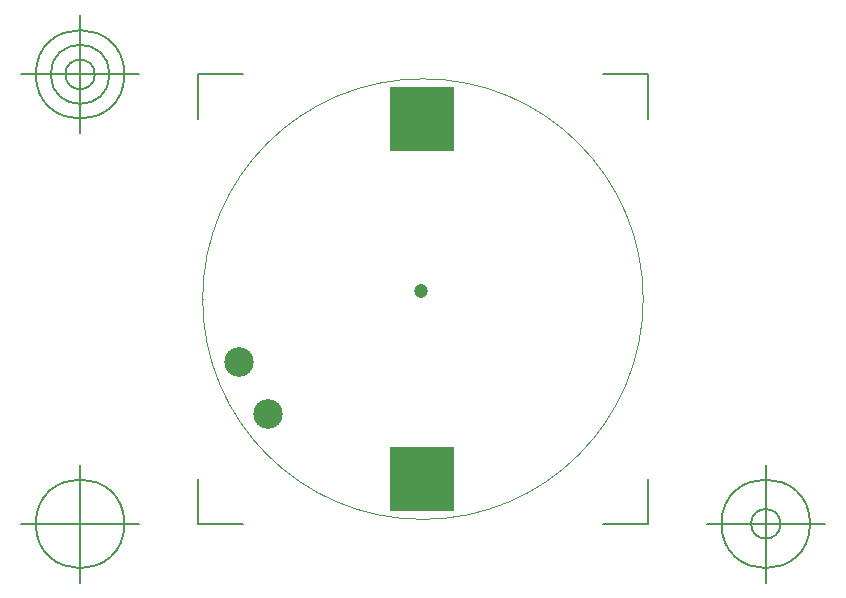
<source format=gbr>
G04 Generated by Ultiboard 13.0 *
%FSLAX34Y34*%
%MOMM*%

%ADD10C,0.0001*%
%ADD11C,0.1500*%
%ADD12C,0.0010*%
%ADD13R,5.4000X5.4000*%
%ADD14C,1.2000*%
%ADD15C,2.5000*%


G04 ColorRGB 9900CC for the following layer *
%LNSolder Mask Bottom*%
%LPD*%
G54D10*
G54D11*
X220485Y402035D02*
X220485Y440088D01*
X220485Y402035D02*
X258538Y402035D01*
X601015Y402035D02*
X562962Y402035D01*
X601015Y402035D02*
X601015Y440088D01*
X601015Y782565D02*
X601015Y744512D01*
X601015Y782565D02*
X562962Y782565D01*
X220485Y782565D02*
X258538Y782565D01*
X220485Y782565D02*
X220485Y744512D01*
X170485Y402035D02*
X70485Y402035D01*
X120485Y352035D02*
X120485Y452035D01*
X82985Y402035D02*
G75*
D01*
G02X82985Y402035I37500J0*
G01*
X651015Y402035D02*
X751015Y402035D01*
X701015Y352035D02*
X701015Y452035D01*
X663515Y402035D02*
G75*
D01*
G02X663515Y402035I37500J0*
G01*
X688515Y402035D02*
G75*
D01*
G02X688515Y402035I12500J0*
G01*
X170485Y782565D02*
X70485Y782565D01*
X120485Y732565D02*
X120485Y832565D01*
X82985Y782565D02*
G75*
D01*
G02X82985Y782565I37500J0*
G01*
X95485Y782565D02*
G75*
D01*
G02X95485Y782565I25000J0*
G01*
X107985Y782565D02*
G75*
D01*
G02X107985Y782565I12500J0*
G01*
X220485Y402035D02*
X220485Y440088D01*
X220485Y402035D02*
X258538Y402035D01*
X601015Y402035D02*
X562962Y402035D01*
X601015Y402035D02*
X601015Y440088D01*
X601015Y782565D02*
X601015Y744512D01*
X601015Y782565D02*
X562962Y782565D01*
X220485Y782565D02*
X258538Y782565D01*
X220485Y782565D02*
X220485Y744512D01*
X170485Y402035D02*
X70485Y402035D01*
X120485Y352035D02*
X120485Y452035D01*
X82985Y402035D02*
G75*
D01*
G02X82985Y402035I37500J0*
G01*
X651015Y402035D02*
X751015Y402035D01*
X701015Y352035D02*
X701015Y452035D01*
X663515Y402035D02*
G75*
D01*
G02X663515Y402035I37500J0*
G01*
X688515Y402035D02*
G75*
D01*
G02X688515Y402035I12500J0*
G01*
X170485Y782565D02*
X70485Y782565D01*
X120485Y732565D02*
X120485Y832565D01*
X82985Y782565D02*
G75*
D01*
G02X82985Y782565I37500J0*
G01*
X95485Y782565D02*
G75*
D01*
G02X95485Y782565I25000J0*
G01*
X107985Y782565D02*
G75*
D01*
G02X107985Y782565I12500J0*
G01*
G54D12*
X224255Y592300D02*
G75*
D01*
G02X224255Y592300I186495J0*
G01*
G54D13*
X409800Y744700D03*
X409800Y439700D03*
G54D14*
X409000Y599000D03*
G54D15*
X279500Y495200D03*
X255200Y538700D03*

M02*

</source>
